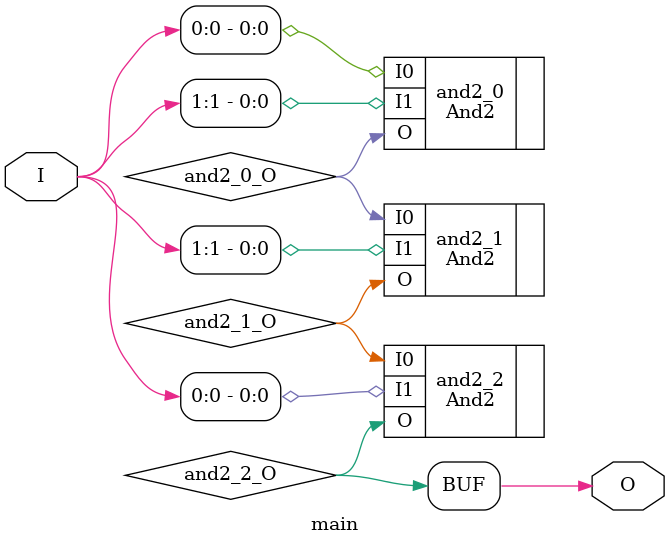
<source format=v>
module main (input [1:0] I, output  O);
wire  and2_0_O;
wire  and2_1_O;
wire  and2_2_O;
// Instanced at tests/test_deprecated/test_old_io_syntax/test_old_io_syntax_define.py:102
// Argument I0(I[0]) wired at tests/test_deprecated/test_old_io_syntax/test_old_io_syntax_define.py:105
// Argument I1(I[1]) wired at tests/test_deprecated/test_old_io_syntax/test_old_io_syntax_define.py:106
// Argument O(and2_0_O) wired at tests/test_deprecated/test_old_io_syntax/test_old_io_syntax_define.py:107
And2 and2_0 (.I0(I[0]), .I1(I[1]), .O(and2_0_O));
// Instanced at tests/test_deprecated/test_old_io_syntax/test_old_io_syntax_define.py:103
// Argument I0(and2_0_O) wired at tests/test_deprecated/test_old_io_syntax/test_old_io_syntax_define.py:107
// Argument I1(I[1]) wired at tests/test_deprecated/test_old_io_syntax/test_old_io_syntax_define.py:108
// Argument O(and2_1_O) wired at tests/test_deprecated/test_old_io_syntax/test_old_io_syntax_define.py:110
And2 and2_1 (.I0(and2_0_O), .I1(I[1]), .O(and2_1_O));
// Instanced at tests/test_deprecated/test_old_io_syntax/test_old_io_syntax_define.py:109
// Argument I0(and2_1_O) wired at tests/test_deprecated/test_old_io_syntax/test_old_io_syntax_define.py:110
// Argument I1(I[0]) wired at tests/test_deprecated/test_old_io_syntax/test_old_io_syntax_define.py:111
// Argument O(and2_2_O) wired at tests/test_deprecated/test_old_io_syntax/test_old_io_syntax_define.py:113
And2 and2_2 (.I0(and2_1_O), .I1(I[0]), .O(and2_2_O));
// Wired at tests/test_deprecated/test_old_io_syntax/test_old_io_syntax_define.py:113
assign O = and2_2_O;
endmodule


</source>
